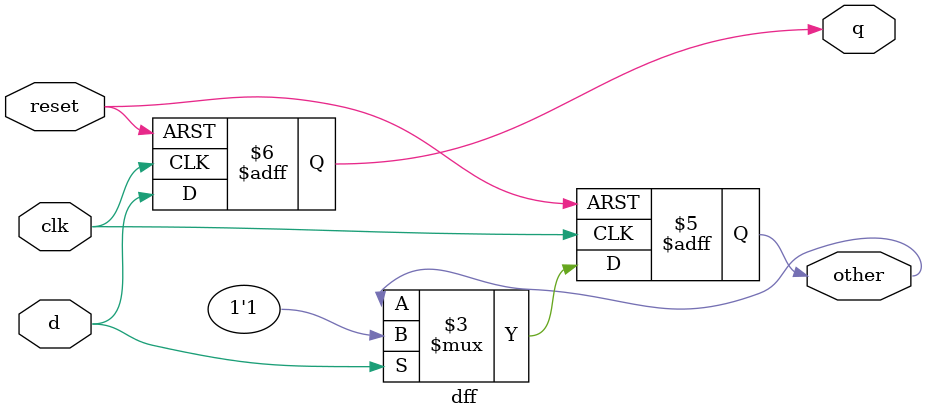
<source format=v>
module dff (
    input  wire clk,
    input  wire reset,
    input  wire d,
    output reg  q,
    output reg  other
);
    always @(posedge clk or posedge reset) begin
        if (reset) begin
            q <= 1'b0; // Reset the output to 0
        end else begin
            q <= d; // Capture the input on the rising edge of the clock
        end
    end

    always @(posedge clk or posedge reset) begin
        if (reset) begin
            other <= 1'b0; // Reset the output to 0
        end else begin
            if (d) begin
                other <= 1; // Capture the input on the rising edge of the clock
            end
        end
    end


endmodule
</source>
